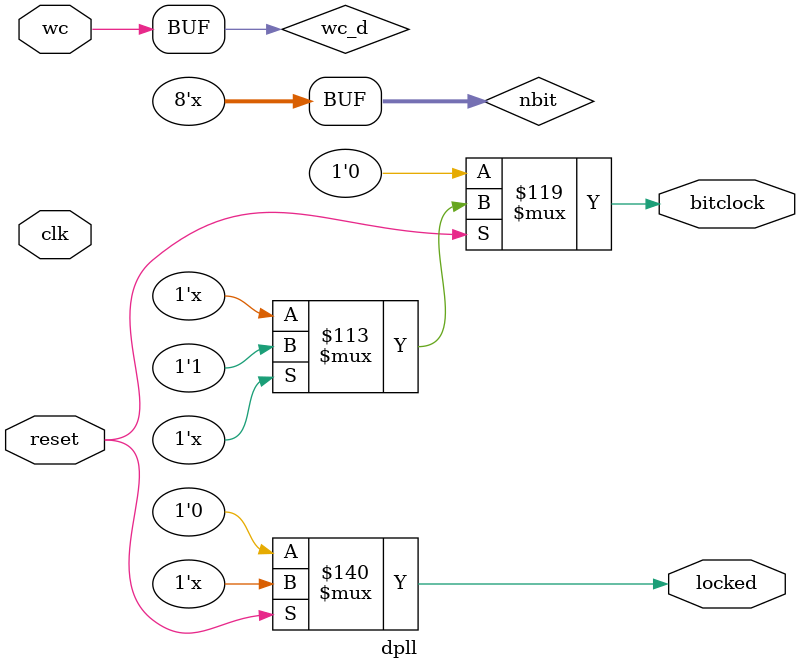
<source format=v>
module dpll
#(
    parameter DIVW = 16
)(
    input clk,
    input reset,
    input wc,
    output reg bitclock,
    output reg locked
);

reg wc_d;

reg [DIVW:0]wordcnt;
reg [DIVW-8:0]cnh;
reg [7:0]cnl;
reg [DIVW-9:0]clockdownh;
reg [DIVW-8:0]clockdown;
reg [7:0]cbit;
reg [7:0]nbit;
reg [DIVW:0]temp;

always @(clk) begin
    wc_d <= wc;
end

always @(clk) begin
    if (!reset) 
        locked <= 0;
    else
    if (wc_d == 0 && wc == 1) 
        locked <= ~(cbit!=0 && cbit!=255 || wordcnt<256);
end

always @(clk) begin
    if (!reset) 
    begin
        wordcnt <= 1;
        cnh<=0;
        cnl<=0;
    end
    else
        if(wc_d == 0 && wc == 1)
        begin
            cnh <= wordcnt[DIVW:8];
            cnl <= wordcnt[7:0];
            wordcnt <= 1;
        end
        else
            wordcnt <= wordcnt+1;
end

always @(clk) begin
    if (!reset) 
    begin
        bitclock <= 0;
        cbit <= 0;
        clockdown <= 0;
        clockdownh <= 0;
    end
    else
    begin
        if (wc_d == 0 && wc == 1) 
        begin
            cbit <= 0;
            nbit <= 1;
            clockdownh <= cnh[DIVW-8:1];
            clockdown <= cnh - 1 + (cnl[7]?1:0);
        end
        else
            if (clockdown == 0)
            begin
                cbit <= cbit+1;
                nbit <= cbit+2;
                bitclock <= 1;
                clockdownh <= cnh[DIVW-8:1];
                clockdown <=  cnh - 1 + ((nbit[0]   ==   0 && cnl[7])?1:0 +
                    (nbit[1:0] ==   3 && cnl[6])?1:0 +
                    (nbit[2:0] ==   5 && cnl[5])?1:0 +
                    (nbit[3:0] ==  15 && cnl[4])?1:0 +
                    (nbit[4:0] ==  25 && cnl[3])?1:0 +
                    (nbit[5:0] ==  41 && cnl[2])?1:0 +
                    (nbit[6:0] == 113 && cnl[1])?1:0 +
                    (nbit[7:0] == 137 && cnl[0])?1:0);
            end
            else
            begin
                clockdown <= clockdown-1;
                bitclock <= (clockdownh > 1);
                if(clockdownh > 0)
                    clockdownh <= clockdownh-1;
            end
        end
    end

endmodule



</source>
